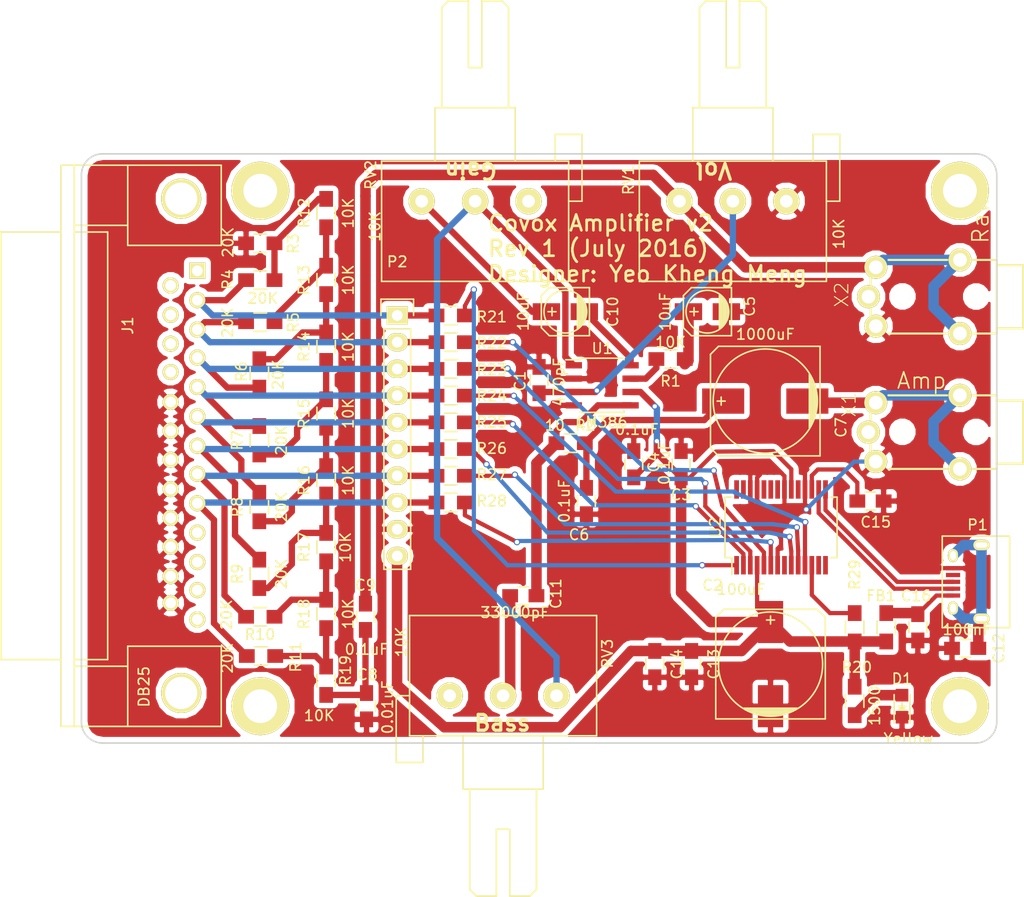
<source format=kicad_pcb>
(kicad_pcb (version 4) (host pcbnew 4.0.2-stable)
  (title_block (title "Covox with Amplifier") (date 2016-07-24) (rev 3) (comment 1 "Designed by Yeo Kheng Meng"))
  (layers (0 F.Cu signal) (31 B.Cu signal) (34 B.Paste user) (35 F.Paste user) (36 B.SilkS user) (37 F.SilkS user) (38 B.Mask user) (39 F.Mask user) (44 Edge.Cuts user))
  (net 0 "")
  (net 1 GND)
  (net 2 Input+)
  (net 3 +5V)
  (net 4 "Net-(C5-Pad1)")
  (net 5 "Net-(C6-Pad1)")
  (net 6 Amp-Audio)
  (net 7 "Net-(C8-Pad1)")
  (net 8 Source-Audio)
  (net 9 "Net-(C10-Pad1)")
  (net 10 Gain8)
  (net 11 Vout)
  (net 12 "Net-(C11-Pad2)")
  (net 13 Data7)
  (net 14 Data6)
  (net 15 Data5)
  (net 16 Data4)
  (net 17 Data3)
  (net 18 Data2)
  (net 19 Data1)
  (net 20 Data0)
  (net 21 "Net-(R1-Pad2)")
  (net 22 "Net-(R12-Pad2)")
  (net 23 "Net-(R12-Pad1)")
  (net 24 "Net-(R13-Pad1)")
  (net 25 "Net-(R14-Pad1)")
  (net 26 "Net-(R15-Pad1)")
  (net 27 "Net-(R16-Pad1)")
  (net 28 "Net-(R10-Pad1)")
  (net 29 "Net-(R11-Pad1)")
  (net 30 Gain1)
  (net 31 "Net-(D1-Pad2)")
  (net 32 "Net-(C12-Pad2)")
  (net 33 "Net-(C15-Pad1)")
  (net 34 "Net-(C16-Pad1)")
  (net 35 USB_D-)
  (net 36 USB_D+)
  (net 37 "Net-(R21-Pad2)")
  (net 38 "Net-(R22-Pad2)")
  (net 39 "Net-(R23-Pad2)")
  (net 40 "Net-(R24-Pad2)")
  (net 41 "Net-(R25-Pad2)")
  (net 42 "Net-(R26-Pad2)")
  (net 43 "Net-(R27-Pad2)")
  (net 44 "Net-(R28-Pad2)")
  (net 45 "Net-(R29-Pad2)")
  (module Housings_SSOP:SSOP-28_5.3x10.2mm_Pitch0.65mm (layer F.Cu) (at 169.5 121.5 90)
    (fp_text reference U2 (at 0 -6.25 90) (layer F.SilkS))
    (fp_text value FT245RL)
    (pad 1 smd rect (at -3.6 -4.225 90) (size 1.75 0.45) (layers F.Cu F.Paste F.Mask) (net 37 "Net-(R21-Pad2)"))
    (pad 2 smd rect (at -3.6 -3.575 90) (size 1.75 0.45) (layers F.Cu F.Paste F.Mask) (net 41 "Net-(R25-Pad2)"))
    (pad 3 smd rect (at -3.6 -2.925 90) (size 1.75 0.45) (layers F.Cu F.Paste F.Mask) (net 39 "Net-(R23-Pad2)"))
    (pad 4 smd rect (at -3.6 -2.275 90) (size 1.75 0.45) (layers F.Cu F.Paste F.Mask) (net 3 +5V))
    (pad 5 smd rect (at -3.6 -1.625 90) (size 1.75 0.45) (layers F.Cu F.Paste F.Mask) (net 38 "Net-(R22-Pad2)"))
    (pad 6 smd rect (at -3.6 -0.975 90) (size 1.75 0.45) (layers F.Cu F.Paste F.Mask) (net 44 "Net-(R28-Pad2)"))
    (pad 7 smd rect (at -3.6 -0.325 90) (size 1.75 0.45) (layers F.Cu F.Paste F.Mask) (net 1 GND))
    (pad 8 smd rect (at -3.6 0.325 90) (size 1.75 0.45) (layers F.Cu F.Paste F.Mask))
    (pad 9 smd rect (at -3.6 0.975 90) (size 1.75 0.45) (layers F.Cu F.Paste F.Mask) (net 42 "Net-(R26-Pad2)"))
    (pad 10 smd rect (at -3.6 1.625 90) (size 1.75 0.45) (layers F.Cu F.Paste F.Mask) (net 43 "Net-(R27-Pad2)"))
    (pad 11 smd rect (at -3.6 2.275 90) (size 1.75 0.45) (layers F.Cu F.Paste F.Mask) (net 40 "Net-(R24-Pad2)"))
    (pad 12 smd rect (at -3.6 2.925 90) (size 1.75 0.45) (layers F.Cu F.Paste F.Mask) (net 45 "Net-(R29-Pad2)"))
    (pad 13 smd rect (at -3.6 3.575 90) (size 1.75 0.45) (layers F.Cu F.Paste F.Mask))
    (pad 14 smd rect (at -3.6 4.225 90) (size 1.75 0.45) (layers F.Cu F.Paste F.Mask))
    (pad 15 smd rect (at 3.6 4.225 90) (size 1.75 0.45) (layers F.Cu F.Paste F.Mask) (net 36 USB_D+))
    (pad 16 smd rect (at 3.6 3.575 90) (size 1.75 0.45) (layers F.Cu F.Paste F.Mask) (net 35 USB_D-))
    (pad 17 smd rect (at 3.6 2.925 90) (size 1.75 0.45) (layers F.Cu F.Paste F.Mask) (net 33 "Net-(C15-Pad1)"))
    (pad 18 smd rect (at 3.6 2.275 90) (size 1.75 0.45) (layers F.Cu F.Paste F.Mask) (net 1 GND))
    (pad 19 smd rect (at 3.6 1.625 90) (size 1.75 0.45) (layers F.Cu F.Paste F.Mask))
    (pad 20 smd rect (at 3.6 0.975 90) (size 1.75 0.45) (layers F.Cu F.Paste F.Mask) (net 3 +5V))
    (pad 21 smd rect (at 3.6 0.325 90) (size 1.75 0.45) (layers F.Cu F.Paste F.Mask) (net 1 GND))
    (pad 22 smd rect (at 3.6 -0.325 90) (size 1.75 0.45) (layers F.Cu F.Paste F.Mask))
    (pad 23 smd rect (at 3.6 -0.975 90) (size 1.75 0.45) (layers F.Cu F.Paste F.Mask))
    (pad 24 smd rect (at 3.6 -1.625 90) (size 1.75 0.45) (layers F.Cu F.Paste F.Mask))
    (pad 25 smd rect (at 3.6 -2.275 90) (size 1.75 0.45) (layers F.Cu F.Paste F.Mask) (net 1 GND))
    (pad 26 smd rect (at 3.6 -2.925 90) (size 1.75 0.45) (layers F.Cu F.Paste F.Mask) (net 1 GND))
    (pad 27 smd rect (at 3.6 -3.575 90) (size 1.75 0.45) (layers F.Cu F.Paste F.Mask))
    (pad 28 smd rect (at 3.6 -4.225 90) (size 1.75 0.45) (layers F.Cu F.Paste F.Mask))
  )
  (module db25:DB25MC (layer F.Cu) (at 113.75 113.75 90)
    (fp_text reference J1 (at 11.43 -6.35 90) (layer F.SilkS))
    (fp_text value DB25 (at -22.9 -4.8 90) (layer F.SilkS))
    (pad "" thru_hole circle (at 23.495 -1.27 90) (size 3.81 3.81) (drill 3.048) (layers *.Cu *.Mask F.SilkS))
    (pad "" thru_hole circle (at -23.495 -1.27 90) (size 3.81 3.81) (drill 3.048) (layers *.Cu *.Mask F.SilkS))
    (pad 13 thru_hole circle (at -16.51 0.27 90) (size 1.524 1.524) (drill 1.016) (layers *.Cu *.Mask F.SilkS))
    (pad 12 thru_hole circle (at -13.716 0.27 90) (size 1.524 1.524) (drill 1.016) (layers *.Cu *.Mask F.SilkS))
    (pad 11 thru_hole circle (at -11.049 0.27 90) (size 1.524 1.524) (drill 1.016) (layers *.Cu *.Mask F.SilkS))
    (pad 10 thru_hole circle (at -8.255 0.27 90) (size 1.524 1.524) (drill 1.016) (layers *.Cu *.Mask F.SilkS))
    (pad 9 thru_hole circle (at -5.461 0.27 90) (size 1.524 1.524) (drill 1.016) (layers *.Cu *.Mask F.SilkS) (net 13 Data7))
    (pad 8 thru_hole circle (at -2.667 0.27 90) (size 1.524 1.524) (drill 1.016) (layers *.Cu *.Mask F.SilkS) (net 14 Data6))
    (pad 7 thru_hole circle (at 0 0.27 90) (size 1.524 1.524) (drill 1.016) (layers *.Cu *.Mask F.SilkS) (net 15 Data5))
    (pad 6 thru_hole circle (at 2.794 0.27 90) (size 1.524 1.524) (drill 1.016) (layers *.Cu *.Mask F.SilkS) (net 16 Data4))
    (pad 5 thru_hole circle (at 5.588 0.27 90) (size 1.524 1.524) (drill 1.016) (layers *.Cu *.Mask F.SilkS) (net 17 Data3))
    (pad 4 thru_hole circle (at 8.382 0.27 90) (size 1.524 1.524) (drill 1.016) (layers *.Cu *.Mask F.SilkS) (net 18 Data2))
    (pad 3 thru_hole circle (at 11.049 0.27 90) (size 1.524 1.524) (drill 1.016) (layers *.Cu *.Mask F.SilkS) (net 19 Data1))
    (pad 2 thru_hole circle (at 13.843 0.27 90) (size 1.524 1.524) (drill 1.016) (layers *.Cu *.Mask F.SilkS) (net 20 Data0))
    (pad 1 thru_hole rect (at 16.637 0.27 90) (size 1.524 1.524) (drill 1.016) (layers *.Cu *.Mask F.SilkS))
    (pad 25 thru_hole circle (at -14.9352 -2.27 90) (size 1.524 1.524) (drill 1.016) (layers *.Cu *.Mask F.SilkS) (net 1 GND))
    (pad 24 thru_hole circle (at -12.3952 -2.27 90) (size 1.524 1.524) (drill 1.016) (layers *.Cu *.Mask F.SilkS) (net 1 GND))
    (pad 23 thru_hole circle (at -9.6012 -2.27 90) (size 1.524 1.524) (drill 1.016) (layers *.Cu *.Mask F.SilkS) (net 1 GND))
    (pad 22 thru_hole circle (at -6.858 -2.27 90) (size 1.524 1.524) (drill 1.016) (layers *.Cu *.Mask F.SilkS) (net 1 GND))
    (pad 21 thru_hole circle (at -4.1148 -2.27 90) (size 1.524 1.524) (drill 1.016) (layers *.Cu *.Mask F.SilkS) (net 1 GND))
    (pad 20 thru_hole circle (at -1.3208 -2.27 90) (size 1.524 1.524) (drill 1.016) (layers *.Cu *.Mask F.SilkS) (net 1 GND))
    (pad 19 thru_hole circle (at 1.4224 -2.27 90) (size 1.524 1.524) (drill 1.016) (layers *.Cu *.Mask F.SilkS) (net 1 GND))
    (pad 18 thru_hole circle (at 4.1656 -2.27 90) (size 1.524 1.524) (drill 1.016) (layers *.Cu *.Mask F.SilkS) (net 1 GND))
    (pad 17 thru_hole circle (at 7.0104 -2.27 90) (size 1.524 1.524) (drill 1.016) (layers *.Cu *.Mask F.SilkS))
    (pad 16 thru_hole circle (at 9.7028 -2.27 90) (size 1.524 1.524) (drill 1.016) (layers *.Cu *.Mask F.SilkS))
    (pad 15 thru_hole circle (at 12.446 -2.27 90) (size 1.524 1.524) (drill 1.016) (layers *.Cu *.Mask F.SilkS))
    (pad 14 thru_hole circle (at 15.24 -2.27 90) (size 1.524 1.524) (drill 1.016) (layers *.Cu *.Mask F.SilkS))
  )
  (module Capacitors_SMD:C_0805_HandSoldering (layer F.Cu) (at 146.5 107.5 270)
    (fp_text reference C1 (at 0.1 1.8 270) (layer F.SilkS))
    (fp_text value 470pF (at 0.2 -1.9 270) (layer F.SilkS))
    (pad 1 smd rect (at -1.25 0 270) (size 1.5 1.25) (layers F.Cu F.Paste F.Mask) (net 1 GND))
    (pad 2 smd rect (at 1.25 0 270) (size 1.5 1.25) (layers F.Cu F.Paste F.Mask) (net 2 Input+))
  )
  (module Capacitors_SMD:c_elec_10x10.5 (layer F.Cu) (at 168.5 134.5 90)
    (fp_text reference C2 (at 7.5 -5.5 180) (layer F.SilkS))
    (fp_text value 100uF (at 7.1 -2.8 180) (layer F.SilkS))
    (pad 1 smd rect (at 4.0005 0 90) (size 4.0005 2.4003) (layers F.Cu F.Paste F.Mask) (net 3 +5V))
    (pad 2 smd rect (at -4.0005 0 90) (size 4.0005 2.4003) (layers F.Cu F.Paste F.Mask) (net 1 GND))
  )
  (module Capacitors_SMD:C_0805_HandSoldering (layer F.Cu) (at 160 115.5 90)
    (fp_text reference C3 (at -2.9 0 180) (layer F.SilkS))
    (fp_text value 0.1uF (at 0.1 -1.6 270) (layer F.SilkS))
    (pad 1 smd rect (at -1.25 0 90) (size 1.5 1.25) (layers F.Cu F.Paste F.Mask) (net 3 +5V))
    (pad 2 smd rect (at 1.25 0 90) (size 1.5 1.25) (layers F.Cu F.Paste F.Mask) (net 1 GND))
  )
  (module Capacitors_SMD:C_0805_HandSoldering (layer F.Cu) (at 155.5 115.5 90)
    (fp_text reference C4 (at 0.2 1.9 90) (layer F.SilkS))
    (fp_text value 0.1uF (at 3.3 0.3 180) (layer F.SilkS))
    (pad 1 smd rect (at -1.25 0 90) (size 1.5 1.25) (layers F.Cu F.Paste F.Mask) (net 3 +5V))
    (pad 2 smd rect (at 1.25 0 90) (size 1.5 1.25) (layers F.Cu F.Paste F.Mask) (net 1 GND))
  )
  (module Capacitors_SMD:C_0805_HandSoldering (layer F.Cu) (at 151 119 270)
    (fp_text reference C6 (at 3.2 0.7 360) (layer F.SilkS))
    (fp_text value 0.1uF (at 0 2.1 270) (layer F.SilkS))
    (pad 1 smd rect (at -1.25 0 270) (size 1.5 1.25) (layers F.Cu F.Paste F.Mask) (net 5 "Net-(C6-Pad1)"))
    (pad 2 smd rect (at 1.25 0 270) (size 1.5 1.25) (layers F.Cu F.Paste F.Mask) (net 1 GND))
  )
  (module Capacitors_SMD:c_elec_10x10.5 (layer F.Cu) (at 168 109.5 180)
    (fp_text reference C7 (at -7.2 -2.5 270) (layer F.SilkS))
    (fp_text value 1000uF (at 0 6.35 180) (layer F.SilkS))
    (pad 1 smd rect (at 4.0005 0 180) (size 4.0005 2.4003) (layers F.Cu F.Paste F.Mask) (net 5 "Net-(C6-Pad1)"))
    (pad 2 smd rect (at -4.0005 0 180) (size 4.0005 2.4003) (layers F.Cu F.Paste F.Mask) (net 6 Amp-Audio))
  )
  (module Capacitors_SMD:C_0805_HandSoldering (layer F.Cu) (at 130.1 138.5 270)
    (fp_text reference C8 (at -3 -0.1 360) (layer F.SilkS))
    (fp_text value 0.01uF (at 0.1 -2 270) (layer F.SilkS))
    (pad 1 smd rect (at -1.25 0 270) (size 1.5 1.25) (layers F.Cu F.Paste F.Mask) (net 7 "Net-(C8-Pad1)"))
    (pad 2 smd rect (at 1.25 0 270) (size 1.5 1.25) (layers F.Cu F.Paste F.Mask) (net 1 GND))
  )
  (module Capacitors_SMD:C_0805_HandSoldering (layer F.Cu) (at 130 130 90)
    (fp_text reference C9 (at 3 0 180) (layer F.SilkS))
    (fp_text value 0.1uF (at -3.1 0.1 180) (layer F.SilkS))
    (pad 1 smd rect (at -1.25 0 90) (size 1.5 1.25) (layers F.Cu F.Paste F.Mask) (net 7 "Net-(C8-Pad1)"))
    (pad 2 smd rect (at 1.25 0 90) (size 1.5 1.25) (layers F.Cu F.Paste F.Mask) (net 8 Source-Audio))
  )
  (module Capacitors_SMD:C_0805_HandSoldering (layer F.Cu) (at 145 128 180)
    (fp_text reference C11 (at -3.1 0.2 270) (layer F.SilkS))
    (fp_text value 33000pF (at 0.8 -1.6 180) (layer F.SilkS))
    (pad 1 smd rect (at -1.25 0 180) (size 1.5 1.25) (layers F.Cu F.Paste F.Mask) (net 11 Vout))
    (pad 2 smd rect (at 1.25 0 180) (size 1.5 1.25) (layers F.Cu F.Paste F.Mask) (net 12 "Net-(C11-Pad2)"))
  )
  (module Connect:USB_Micro-B (layer F.Cu) (at 187.41 126.68 90)
    (fp_text reference P1 (at 5.41 0.77 360) (layer F.SilkS))
    (fp_text value USB hide)
    (pad 1 smd rect (at -1.3009 -1.56254 180) (size 1.35 0.4) (layers F.Cu F.Paste F.Mask) (net 34 "Net-(C16-Pad1)"))
    (pad 2 smd rect (at -0.6509 -1.56254 180) (size 1.35 0.4) (layers F.Cu F.Paste F.Mask) (net 35 USB_D-))
    (pad 3 smd rect (at -0.0009 -1.56254 180) (size 1.35 0.4) (layers F.Cu F.Paste F.Mask) (net 36 USB_D+))
    (pad 4 smd rect (at 0.6491 -1.56254 180) (size 1.35 0.4) (layers F.Cu F.Paste F.Mask))
    (pad 5 smd rect (at 1.2991 -1.56254 180) (size 1.35 0.4) (layers F.Cu F.Paste F.Mask) (net 1 GND))
    (pad 6 thru_hole oval (at -2.5009 -1.56254 180) (size 0.95 1.25) (drill oval 0.55 0.85) (layers *.Cu *.Mask F.SilkS) (net 32 "Net-(C12-Pad2)"))
    (pad 6 thru_hole oval (at 2.4991 -1.56254 180) (size 0.95 1.25) (drill oval 0.55 0.85) (layers *.Cu *.Mask F.SilkS) (net 32 "Net-(C12-Pad2)"))
    (pad 6 thru_hole oval (at -3.5009 1.13746 180) (size 1.55 1) (drill oval 1.15 0.5) (layers *.Cu *.Mask F.SilkS) (net 32 "Net-(C12-Pad2)"))
    (pad 6 thru_hole oval (at 3.4991 1.13746 180) (size 1.55 1) (drill oval 1.15 0.5) (layers *.Cu *.Mask F.SilkS) (net 32 "Net-(C12-Pad2)"))
  )
  (module Resistors_SMD:R_0805_HandSoldering (layer F.Cu) (at 159 105.5 180)
    (fp_text reference R1 (at 0 -2.1 180) (layer F.SilkS))
    (fp_text value 10K (at 0 1.6 180) (layer F.SilkS))
    (pad 1 smd rect (at -1.35 0 180) (size 1.5 1.3) (layers F.Cu F.Paste F.Mask) (net 4 "Net-(C5-Pad1)"))
    (pad 2 smd rect (at 1.35 0 180) (size 1.5 1.3) (layers F.Cu F.Paste F.Mask) (net 21 "Net-(R1-Pad2)"))
  )
  (module Resistors_SMD:R_0805_HandSoldering (layer F.Cu) (at 149.5 113.5 180)
    (fp_text reference R2 (at -1.4 1.7 180) (layer F.SilkS))
    (fp_text value 10 (at 1.5 1.7 180) (layer F.SilkS))
    (pad 1 smd rect (at -1.35 0 180) (size 1.5 1.3) (layers F.Cu F.Paste F.Mask) (net 5 "Net-(C6-Pad1)"))
    (pad 2 smd rect (at 1.35 0 180) (size 1.5 1.3) (layers F.Cu F.Paste F.Mask) (net 11 Vout))
  )
  (module Resistors_SMD:R_0805_HandSoldering (layer F.Cu) (at 120 94.5 180)
    (fp_text reference R3 (at -3.14 -0.03 270) (layer F.SilkS))
    (fp_text value 20K (at 3.06 0.09 270) (layer F.SilkS))
    (pad 1 smd rect (at -1.35 0 180) (size 1.5 1.3) (layers F.Cu F.Paste F.Mask) (net 22 "Net-(R12-Pad2)"))
    (pad 2 smd rect (at 1.35 0 180) (size 1.5 1.3) (layers F.Cu F.Paste F.Mask) (net 1 GND))
  )
  (module Resistors_SMD:R_0805_HandSoldering (layer F.Cu) (at 120 98 180)
    (fp_text reference R4 (at 3.08 0.06 450) (layer F.SilkS))
    (fp_text value 20K (at -0.23 -1.73 360) (layer F.SilkS))
    (pad 1 smd rect (at -1.35 0 180) (size 1.5 1.3) (layers F.Cu F.Paste F.Mask) (net 22 "Net-(R12-Pad2)"))
    (pad 2 smd rect (at 1.35 0 180) (size 1.5 1.3) (layers F.Cu F.Paste F.Mask) (net 20 Data0))
  )
  (module Resistors_SMD:R_0805_HandSoldering (layer F.Cu) (at 120 102 180)
    (fp_text reference R5 (at -3.14 -0.03 270) (layer F.SilkS))
    (fp_text value 20K (at 3.1 -0.05 270) (layer F.SilkS))
    (pad 1 smd rect (at -1.35 0 180) (size 1.5 1.3) (layers F.Cu F.Paste F.Mask) (net 23 "Net-(R12-Pad1)"))
    (pad 2 smd rect (at 1.35 0 180) (size 1.5 1.3) (layers F.Cu F.Paste F.Mask) (net 19 Data1))
  )
  (module Resistors_SMD:R_0805_HandSoldering (layer F.Cu) (at 119.91 106.87 270)
    (fp_text reference R6 (at -0.17 1.71 270) (layer F.SilkS))
    (fp_text value 20K (at 0.13 -1.79 270) (layer F.SilkS))
    (pad 1 smd rect (at -1.35 0 270) (size 1.5 1.3) (layers F.Cu F.Paste F.Mask) (net 24 "Net-(R13-Pad1)"))
    (pad 2 smd rect (at 1.35 0 270) (size 1.5 1.3) (layers F.Cu F.Paste F.Mask) (net 18 Data2))
  )
  (module Resistors_SMD:R_0805_HandSoldering (layer F.Cu) (at 119.91 113.22 90)
    (fp_text reference R7 (at 0 -2.1 90) (layer F.SilkS))
    (fp_text value 20K (at 0 2.1 90) (layer F.SilkS))
    (pad 1 smd rect (at -1.35 0 90) (size 1.5 1.3) (layers F.Cu F.Paste F.Mask) (net 25 "Net-(R14-Pad1)"))
    (pad 2 smd rect (at 1.35 0 90) (size 1.5 1.3) (layers F.Cu F.Paste F.Mask) (net 17 Data3))
  )
  (module Resistors_SMD:R_0805_HandSoldering (layer F.Cu) (at 119.91 119.57 90)
    (fp_text reference R8 (at 0 -2.1 90) (layer F.SilkS))
    (fp_text value 20K (at 0 2.1 90) (layer F.SilkS))
    (pad 1 smd rect (at -1.35 0 90) (size 1.5 1.3) (layers F.Cu F.Paste F.Mask) (net 26 "Net-(R15-Pad1)"))
    (pad 2 smd rect (at 1.35 0 90) (size 1.5 1.3) (layers F.Cu F.Paste F.Mask) (net 16 Data4))
  )
  (module Resistors_SMD:R_0805_HandSoldering (layer F.Cu) (at 119.91 125.92 90)
    (fp_text reference R9 (at 0 -2.1 90) (layer F.SilkS))
    (fp_text value 20K (at 0 2.1 90) (layer F.SilkS))
    (pad 1 smd rect (at -1.35 0 90) (size 1.5 1.3) (layers F.Cu F.Paste F.Mask) (net 27 "Net-(R16-Pad1)"))
    (pad 2 smd rect (at 1.35 0 90) (size 1.5 1.3) (layers F.Cu F.Paste F.Mask) (net 15 Data5))
  )
  (module Resistors_SMD:R_0805_HandSoldering (layer F.Cu) (at 120 130 180)
    (fp_text reference R10 (at 0.03 -1.69 180) (layer F.SilkS))
    (fp_text value 20K (at 3.2 0.2 270) (layer F.SilkS))
    (pad 1 smd rect (at -1.35 0 180) (size 1.5 1.3) (layers F.Cu F.Paste F.Mask) (net 28 "Net-(R10-Pad1)"))
    (pad 2 smd rect (at 1.35 0 180) (size 1.5 1.3) (layers F.Cu F.Paste F.Mask) (net 14 Data6))
  )
  (module Resistors_SMD:R_0805_HandSoldering (layer F.Cu) (at 120.07 133.73 180)
    (fp_text reference R11 (at -3.3 -0.1 270) (layer F.SilkS))
    (fp_text value 20K (at 3.2 -0.2 270) (layer F.SilkS))
    (pad 1 smd rect (at -1.35 0 180) (size 1.5 1.3) (layers F.Cu F.Paste F.Mask) (net 29 "Net-(R11-Pad1)"))
    (pad 2 smd rect (at 1.35 0 180) (size 1.5 1.3) (layers F.Cu F.Paste F.Mask) (net 13 Data7))
  )
  (module Resistors_SMD:R_0805_HandSoldering (layer F.Cu) (at 126.26 91.63 90)
    (fp_text reference R12 (at 0 -2.1 90) (layer F.SilkS))
    (fp_text value 10K (at 0 2.1 90) (layer F.SilkS))
    (pad 1 smd rect (at -1.35 0 90) (size 1.5 1.3) (layers F.Cu F.Paste F.Mask) (net 23 "Net-(R12-Pad1)"))
    (pad 2 smd rect (at 1.35 0 90) (size 1.5 1.3) (layers F.Cu F.Paste F.Mask) (net 22 "Net-(R12-Pad2)"))
  )
  (module Resistors_SMD:R_0805_HandSoldering (layer F.Cu) (at 126.26 97.98 90)
    (fp_text reference R13 (at 0 -2.1 90) (layer F.SilkS))
    (fp_text value 10K (at 0 2.1 90) (layer F.SilkS))
    (pad 1 smd rect (at -1.35 0 90) (size 1.5 1.3) (layers F.Cu F.Paste F.Mask) (net 24 "Net-(R13-Pad1)"))
    (pad 2 smd rect (at 1.35 0 90) (size 1.5 1.3) (layers F.Cu F.Paste F.Mask) (net 23 "Net-(R12-Pad1)"))
  )
  (module Resistors_SMD:R_0805_HandSoldering (layer F.Cu) (at 126.26 104.33 90)
    (fp_text reference R14 (at 0 -2.1 90) (layer F.SilkS))
    (fp_text value 10K (at 0 2.1 90) (layer F.SilkS))
    (pad 1 smd rect (at -1.35 0 90) (size 1.5 1.3) (layers F.Cu F.Paste F.Mask) (net 25 "Net-(R14-Pad1)"))
    (pad 2 smd rect (at 1.35 0 90) (size 1.5 1.3) (layers F.Cu F.Paste F.Mask) (net 24 "Net-(R13-Pad1)"))
  )
  (module Resistors_SMD:R_0805_HandSoldering (layer F.Cu) (at 126.26 110.68 90)
    (fp_text reference R15 (at 0 -2.1 90) (layer F.SilkS))
    (fp_text value 10K (at 0 2.1 90) (layer F.SilkS))
    (pad 1 smd rect (at -1.35 0 90) (size 1.5 1.3) (layers F.Cu F.Paste F.Mask) (net 26 "Net-(R15-Pad1)"))
    (pad 2 smd rect (at 1.35 0 90) (size 1.5 1.3) (layers F.Cu F.Paste F.Mask) (net 25 "Net-(R14-Pad1)"))
  )
  (module Resistors_SMD:R_0805_HandSoldering (layer F.Cu) (at 126.26 117.03 90)
    (fp_text reference R16 (at 0 -2.1 90) (layer F.SilkS))
    (fp_text value 10K (at 0 2.1 90) (layer F.SilkS))
    (pad 1 smd rect (at -1.35 0 90) (size 1.5 1.3) (layers F.Cu F.Paste F.Mask) (net 27 "Net-(R16-Pad1)"))
    (pad 2 smd rect (at 1.35 0 90) (size 1.5 1.3) (layers F.Cu F.Paste F.Mask) (net 26 "Net-(R15-Pad1)"))
  )
  (module Resistors_SMD:R_0805_HandSoldering (layer F.Cu) (at 126.26 123.38 90)
    (fp_text reference R17 (at 0 -2.1 90) (layer F.SilkS))
    (fp_text value 10K (at -0.02 1.84 90) (layer F.SilkS))
    (pad 1 smd rect (at -1.35 0 90) (size 1.5 1.3) (layers F.Cu F.Paste F.Mask) (net 28 "Net-(R10-Pad1)"))
    (pad 2 smd rect (at 1.35 0 90) (size 1.5 1.3) (layers F.Cu F.Paste F.Mask) (net 27 "Net-(R16-Pad1)"))
  )
  (module Resistors_SMD:R_0805_HandSoldering (layer F.Cu) (at 126.26 129.73 90)
    (fp_text reference R18 (at 0 -2.1 90) (layer F.SilkS))
    (fp_text value 10K (at 0 2.1 90) (layer F.SilkS))
    (pad 1 smd rect (at -1.35 0 90) (size 1.5 1.3) (layers F.Cu F.Paste F.Mask) (net 29 "Net-(R11-Pad1)"))
    (pad 2 smd rect (at 1.35 0 90) (size 1.5 1.3) (layers F.Cu F.Paste F.Mask) (net 28 "Net-(R10-Pad1)"))
  )
  (module Resistors_SMD:R_0805_HandSoldering (layer F.Cu) (at 126.26 136.08 90)
    (fp_text reference R19 (at 0.98 1.84 90) (layer F.SilkS))
    (fp_text value 10K (at -3.32 -0.66 180) (layer F.SilkS))
    (pad 1 smd rect (at -1.35 0 90) (size 1.5 1.3) (layers F.Cu F.Paste F.Mask) (net 7 "Net-(C8-Pad1)"))
    (pad 2 smd rect (at 1.35 0 90) (size 1.5 1.3) (layers F.Cu F.Paste F.Mask) (net 29 "Net-(R11-Pad1)"))
  )
  (module Potentiometers:Potentiometer_Alps-RK163-single_15mm (layer F.Cu) (at 170 90.5 90)
    (fp_text reference RV1 (at 2 -15 270) (layer F.SilkS))
    (fp_text value 10K (at -3.1 5 90) (layer F.SilkS))
    (pad 2 thru_hole circle (at 0 -5.08 90) (size 2.49936 2.49936) (drill 1.19888) (layers *.Cu *.Mask F.SilkS) (net 2 Input+))
    (pad 3 thru_hole circle (at 0 -10.16 90) (size 2.49936 2.49936) (drill 1.19888) (layers *.Cu *.Mask F.SilkS) (net 8 Source-Audio))
    (pad 1 thru_hole circle (at 0 0 90) (size 2.49936 2.49936) (drill 1.19888) (layers *.Cu *.Mask F.SilkS) (net 1 GND))
  )
  (module Potentiometers:Potentiometer_Alps-RK163-single_15mm (layer F.Cu) (at 145.5 90.5 90)
    (fp_text reference RV2 (at 2.5 -15 90) (layer F.SilkS))
    (fp_text value 10K (at -2.4 -14.6 270) (layer F.SilkS))
    (pad 2 thru_hole circle (at 0 -5.08 90) (size 2.49936 2.49936) (drill 1.19888) (layers *.Cu *.Mask F.SilkS) (net 30 Gain1))
    (pad 3 thru_hole circle (at 0 -10.16 90) (size 2.49936 2.49936) (drill 1.19888) (layers *.Cu *.Mask F.SilkS) (net 9 "Net-(C10-Pad1)"))
    (pad 1 thru_hole circle (at 0 0 90) (size 2.49936 2.49936) (drill 1.19888) (layers *.Cu *.Mask F.SilkS))
  )
  (module Potentiometers:Potentiometer_Alps-RK163-single_15mm (layer F.Cu) (at 138 137.5 270)
    (fp_text reference RV3 (at -4 -15 450) (layer F.SilkS))
    (fp_text value 10K (at -5.1 4.6 270) (layer F.SilkS))
    (pad 2 thru_hole circle (at 0 -5.08 270) (size 2.49936 2.49936) (drill 1.19888) (layers *.Cu *.Mask F.SilkS) (net 12 "Net-(C11-Pad2)"))
    (pad 3 thru_hole circle (at 0 -10.16 270) (size 2.49936 2.49936) (drill 1.19888) (layers *.Cu *.Mask F.SilkS) (net 30 Gain1))
    (pad 1 thru_hole circle (at 0 0 270) (size 2.49936 2.49936) (drill 1.19888) (layers *.Cu *.Mask F.SilkS))
  )
  (module Housings_SOIC:SOIC-8_3.9x4.9mm_Pitch1.27mm (layer F.Cu) (at 152.5 108)
    (fp_text reference U1 (at 0 -3.5) (layer F.SilkS))
    (fp_text value LM386 (at 0 3.5) (layer F.SilkS))
    (pad 1 smd rect (at -2.7 -1.905) (size 1.55 0.6) (layers F.Cu F.Paste F.Mask) (net 30 Gain1))
    (pad 2 smd rect (at -2.7 -0.635) (size 1.55 0.6) (layers F.Cu F.Paste F.Mask) (net 1 GND))
    (pad 3 smd rect (at -2.7 0.635) (size 1.55 0.6) (layers F.Cu F.Paste F.Mask) (net 2 Input+))
    (pad 4 smd rect (at -2.7 1.905) (size 1.55 0.6) (layers F.Cu F.Paste F.Mask) (net 1 GND))
    (pad 5 smd rect (at 2.7 1.905) (size 1.55 0.6) (layers F.Cu F.Paste F.Mask) (net 11 Vout))
    (pad 6 smd rect (at 2.7 0.635) (size 1.55 0.6) (layers F.Cu F.Paste F.Mask) (net 3 +5V))
    (pad 7 smd rect (at 2.7 -0.635) (size 1.55 0.6) (layers F.Cu F.Paste F.Mask) (net 21 "Net-(R1-Pad2)"))
    (pad 8 smd rect (at 2.7 -1.905) (size 1.55 0.6) (layers F.Cu F.Paste F.Mask) (net 10 Gain8))
  )
  (module LEDs:LED_0805 (layer F.Cu) (at 181 138.5 90)
    (fp_text reference D1 (at 2.6 0 180) (layer F.SilkS))
    (fp_text value Yellow (at -3.08 0.61 180) (layer F.SilkS))
    (pad 2 smd rect (at 1.04902 0 270) (size 1.19888 1.19888) (layers F.Cu F.Paste F.Mask) (net 31 "Net-(D1-Pad2)"))
    (pad 1 smd rect (at -1.04902 0 270) (size 1.19888 1.19888) (layers F.Cu F.Paste F.Mask) (net 1 GND))
  )
  (module Resistors_SMD:R_0805_HandSoldering (layer F.Cu) (at 176.5 138 270)
    (fp_text reference R20 (at -3.2 -0.2 360) (layer F.SilkS))
    (fp_text value 1500 (at 0.45 -1.9 450) (layer F.SilkS))
    (pad 1 smd rect (at -1.35 0 270) (size 1.5 1.3) (layers F.Cu F.Paste F.Mask) (net 3 +5V))
    (pad 2 smd rect (at 1.35 0 270) (size 1.5 1.3) (layers F.Cu F.Paste F.Mask) (net 31 "Net-(D1-Pad2)"))
  )
  (module Capacitors_SMD:C_0805_HandSoldering (layer F.Cu) (at 187 133)
    (fp_text reference C12 (at 3.2 0 90) (layer F.SilkS))
    (fp_text value 100nF (at 0.17 -1.78) (layer F.SilkS))
    (pad 1 smd rect (at -1.25 0) (size 1.5 1.25) (layers F.Cu F.Paste F.Mask) (net 1 GND))
    (pad 2 smd rect (at 1.25 0) (size 1.5 1.25) (layers F.Cu F.Paste F.Mask) (net 32 "Net-(C12-Pad2)"))
  )
  (module mj2135:mj-2135-MJ-2135 (layer F.Cu) (at 183.95 112.36 270)
    (fp_text reference X1 (at -2.51 7.99 450) (layer F.SilkS) (effects (font (size 1.27 1.27) (thickness 0.1016))))
    (fp_text value Amp (at -4.81 1.09 360) (layer F.SilkS))
    (pad P$1 thru_hole circle (at 0.0889 6.14934 270) (size 2.18186 2.18186) (drill 1.29794) (layers *.Cu F.Paste F.SilkS F.Mask))
    (pad P$2 thru_hole circle (at 2.88798 5.4483 270) (size 2.18186 2.18186) (drill 1.29794) (layers *.Cu F.Paste F.SilkS F.Mask) (net 1 GND))
    (pad P$3 thru_hole circle (at -2.70764 5.4483 270) (size 2.18186 2.18186) (drill 1.29794) (layers *.Cu F.Paste F.SilkS F.Mask) (net 6 Amp-Audio))
    (pad P$4 thru_hole circle (at -3.40868 -2.54762 270) (size 2.18186 2.18186) (drill 1.29794) (layers *.Cu F.Paste F.SilkS F.Mask) (net 6 Amp-Audio))
    (pad P$5 thru_hole circle (at 3.58902 -2.54762 270) (size 2.18186 2.18186) (drill 1.29794) (layers *.Cu F.Paste F.SilkS F.Mask) (net 6 Amp-Audio))
    (pad "" np_thru_hole circle (at 0.07 -4.09 270) (size 1.5 1.5) (drill 1.5) (layers *.Cu *.Mask F.SilkS))
    (pad "" np_thru_hole circle (at 0.06 2.92 270) (size 1.5 1.5) (drill 1.5) (layers *.Cu *.Mask F.SilkS))
  )
  (module mj2135:mj-2135-MJ-2135 (layer F.Cu) (at 183.96 99.49 270)
    (fp_text reference X2 (at -0.1 8.7 450) (layer F.SilkS) (effects (font (size 1.27 1.27) (thickness 0.1016))))
    (fp_text value Raw (at -7.2 -4.5 270) (layer F.SilkS))
    (pad P$1 thru_hole circle (at 0.0889 6.14934 270) (size 2.18186 2.18186) (drill 1.29794) (layers *.Cu F.Paste F.SilkS F.Mask))
    (pad P$2 thru_hole circle (at 2.88798 5.4483 270) (size 2.18186 2.18186) (drill 1.29794) (layers *.Cu F.Paste F.SilkS F.Mask) (net 1 GND))
    (pad P$3 thru_hole circle (at -2.70764 5.4483 270) (size 2.18186 2.18186) (drill 1.29794) (layers *.Cu F.Paste F.SilkS F.Mask) (net 8 Source-Audio))
    (pad P$4 thru_hole circle (at -3.40868 -2.54762 270) (size 2.18186 2.18186) (drill 1.29794) (layers *.Cu F.Paste F.SilkS F.Mask) (net 8 Source-Audio))
    (pad P$5 thru_hole circle (at 3.58902 -2.54762 270) (size 2.18186 2.18186) (drill 1.29794) (layers *.Cu F.Paste F.SilkS F.Mask) (net 8 Source-Audio))
    (pad "" np_thru_hole circle (at 0.07 -4.09 270) (size 1.5 1.5) (drill 1.5) (layers *.Cu *.Mask F.SilkS))
    (pad "" np_thru_hole circle (at 0.06 2.92 270) (size 1.5 1.5) (drill 1.5) (layers *.Cu *.Mask F.SilkS))
  )
  (module Mounting_Holes:MountingHole_3.2mm_M3_ISO14580_Pad (layer F.Cu) (at 186.5 89.5)
    (fp_text reference MH1 hide)
    (fp_text value MOUNTHOLE hide)
    (pad 1 thru_hole circle (at 0 0) (size 5.5 5.5) (drill 3.2) (layers *.Cu *.Mask F.SilkS))
  )
  (module Mounting_Holes:MountingHole_3.2mm_M3_ISO14580_Pad (layer F.Cu) (at 186.5 138.5)
    (fp_text reference MH2 hide)
    (fp_text value MOUNTHOLE hide)
    (pad 1 thru_hole circle (at 0 0) (size 5.5 5.5) (drill 3.2) (layers *.Cu *.Mask F.SilkS))
  )
  (module Mounting_Holes:MountingHole_3.2mm_M3_ISO14580_Pad (layer F.Cu) (at 120 138.5)
    (fp_text reference MH3 hide)
    (fp_text value MOUNTHOLE hide)
    (pad 1 thru_hole circle (at 0 0) (size 5.5 5.5) (drill 3.2) (layers *.Cu *.Mask F.SilkS))
  )
  (module Mounting_Holes:MountingHole_3.2mm_M3_ISO14580_Pad (layer F.Cu) (at 120 89.5)
    (fp_text reference MH4 hide)
    (fp_text value MOUNTHOLE hide)
    (pad 1 thru_hole circle (at 0 0) (size 5.5 5.5) (drill 3.2) (layers *.Cu *.Mask F.SilkS))
  )
  (module Capacitors_SMD:c_elec_4x5.3 (layer F.Cu) (at 162.5 101 180)
    (fp_text reference C5 (at -4 0.5 270) (layer F.SilkS))
    (fp_text value 10uF (at 4 0 270) (layer F.SilkS))
    (pad 1 smd rect (at 1.80086 0 180) (size 2.60096 1.6002) (layers F.Cu F.Paste F.Mask) (net 4 "Net-(C5-Pad1)"))
    (pad 2 smd rect (at -1.80086 0 180) (size 2.60096 1.6002) (layers F.Cu F.Paste F.Mask) (net 1 GND))
  )
  (module Capacitors_SMD:c_elec_4x5.3 (layer F.Cu) (at 149 101 180)
    (fp_text reference C10 (at -4.5 0 270) (layer F.SilkS))
    (fp_text value 10uF (at 4 0 270) (layer F.SilkS))
    (pad 1 smd rect (at 1.80086 0 180) (size 2.60096 1.6002) (layers F.Cu F.Paste F.Mask) (net 9 "Net-(C10-Pad1)"))
    (pad 2 smd rect (at -1.80086 0 180) (size 2.60096 1.6002) (layers F.Cu F.Paste F.Mask) (net 10 Gain8))
  )
  (module Capacitors_SMD:C_0805_HandSoldering (layer F.Cu) (at 161 134.5 270)
    (fp_text reference C13 (at 0 -2.1 270) (layer F.SilkS))
    (fp_text value 4.7uF)
    (pad 1 smd rect (at -1.25 0 270) (size 1.5 1.25) (layers F.Cu F.Paste F.Mask) (net 3 +5V))
    (pad 2 smd rect (at 1.25 0 270) (size 1.5 1.25) (layers F.Cu F.Paste F.Mask) (net 1 GND))
  )
  (module Capacitors_SMD:C_0805_HandSoldering (layer F.Cu) (at 157.5 134.5 270)
    (fp_text reference C14 (at 0 -2.1 270) (layer F.SilkS))
    (fp_text value 100nF)
    (pad 1 smd rect (at -1.25 0 270) (size 1.5 1.25) (layers F.Cu F.Paste F.Mask) (net 3 +5V))
    (pad 2 smd rect (at 1.25 0 270) (size 1.5 1.25) (layers F.Cu F.Paste F.Mask) (net 1 GND))
  )
  (module Capacitors_SMD:C_0805_HandSoldering (layer F.Cu) (at 178 119)
    (fp_text reference C15 (at 0.5 2) (layer F.SilkS))
    (fp_text value 100nF)
    (pad 1 smd rect (at -1.25 0) (size 1.5 1.25) (layers F.Cu F.Paste F.Mask) (net 33 "Net-(C15-Pad1)"))
    (pad 2 smd rect (at 1.25 0) (size 1.5 1.25) (layers F.Cu F.Paste F.Mask) (net 1 GND))
  )
  (module Capacitors_SMD:C_0805_HandSoldering (layer F.Cu) (at 182.5 131 270)
    (fp_text reference C16 (at -2.99 0.16 360) (layer F.SilkS))
    (fp_text value 10nF)
    (pad 1 smd rect (at -1.25 0 270) (size 1.5 1.25) (layers F.Cu F.Paste F.Mask) (net 34 "Net-(C16-Pad1)"))
    (pad 2 smd rect (at 1.25 0 270) (size 1.5 1.25) (layers F.Cu F.Paste F.Mask) (net 1 GND))
  )
  (module Resistors_SMD:R_0805_HandSoldering (layer F.Cu) (at 179.5 131 270)
    (fp_text reference FB1 (at -3 0.5 360) (layer F.SilkS))
    (fp_text value FERRITE)
    (pad 1 smd rect (at -1.35 0 270) (size 1.5 1.3) (layers F.Cu F.Paste F.Mask) (net 34 "Net-(C16-Pad1)"))
    (pad 2 smd rect (at 1.35 0 270) (size 1.5 1.3) (layers F.Cu F.Paste F.Mask) (net 3 +5V))
  )
  (module Resistors_SMD:R_0805_HandSoldering (layer F.Cu) (at 138.1 101.36)
    (fp_text reference R21 (at 3.9 0.14) (layer F.SilkS))
    (fp_text value 100)
    (pad 1 smd rect (at -1.35 0) (size 1.5 1.3) (layers F.Cu F.Paste F.Mask) (net 20 Data0))
    (pad 2 smd rect (at 1.35 0) (size 1.5 1.3) (layers F.Cu F.Paste F.Mask) (net 37 "Net-(R21-Pad2)"))
  )
  (module Resistors_SMD:R_0805_HandSoldering (layer F.Cu) (at 138.1 103.9)
    (fp_text reference R22 (at 3.9 0.1 180) (layer F.SilkS))
    (fp_text value 100)
    (pad 1 smd rect (at -1.35 0) (size 1.5 1.3) (layers F.Cu F.Paste F.Mask) (net 19 Data1))
    (pad 2 smd rect (at 1.35 0) (size 1.5 1.3) (layers F.Cu F.Paste F.Mask) (net 38 "Net-(R22-Pad2)"))
  )
  (module Resistors_SMD:R_0805_HandSoldering (layer F.Cu) (at 138.1 106.44)
    (fp_text reference R23 (at 3.9 0.06) (layer F.SilkS))
    (fp_text value 100)
    (pad 1 smd rect (at -1.35 0) (size 1.5 1.3) (layers F.Cu F.Paste F.Mask) (net 18 Data2))
    (pad 2 smd rect (at 1.35 0) (size 1.5 1.3) (layers F.Cu F.Paste F.Mask) (net 39 "Net-(R23-Pad2)"))
  )
  (module Resistors_SMD:R_0805_HandSoldering (layer F.Cu) (at 138.1 108.98)
    (fp_text reference R24 (at 3.9 0.02) (layer F.SilkS))
    (fp_text value 100)
    (pad 1 smd rect (at -1.35 0) (size 1.5 1.3) (layers F.Cu F.Paste F.Mask) (net 17 Data3))
    (pad 2 smd rect (at 1.35 0) (size 1.5 1.3) (layers F.Cu F.Paste F.Mask) (net 40 "Net-(R24-Pad2)"))
  )
  (module Resistors_SMD:R_0805_HandSoldering (layer F.Cu) (at 138.1 111.52)
    (fp_text reference R25 (at 3.9 -0.02) (layer F.SilkS))
    (fp_text value 100)
    (pad 1 smd rect (at -1.35 0) (size 1.5 1.3) (layers F.Cu F.Paste F.Mask) (net 16 Data4))
    (pad 2 smd rect (at 1.35 0) (size 1.5 1.3) (layers F.Cu F.Paste F.Mask) (net 41 "Net-(R25-Pad2)"))
  )
  (module Resistors_SMD:R_0805_HandSoldering (layer F.Cu) (at 138.1 114.06)
    (fp_text reference R26 (at 3.9 -0.06) (layer F.SilkS))
    (fp_text value 100)
    (pad 1 smd rect (at -1.35 0) (size 1.5 1.3) (layers F.Cu F.Paste F.Mask) (net 15 Data5))
    (pad 2 smd rect (at 1.35 0) (size 1.5 1.3) (layers F.Cu F.Paste F.Mask) (net 42 "Net-(R26-Pad2)"))
  )
  (module Resistors_SMD:R_0805_HandSoldering (layer F.Cu) (at 138.1 116.6)
    (fp_text reference R27 (at 3.9 -0.1) (layer F.SilkS))
    (fp_text value 100)
    (pad 1 smd rect (at -1.35 0) (size 1.5 1.3) (layers F.Cu F.Paste F.Mask) (net 14 Data6))
    (pad 2 smd rect (at 1.35 0) (size 1.5 1.3) (layers F.Cu F.Paste F.Mask) (net 43 "Net-(R27-Pad2)"))
  )
  (module Resistors_SMD:R_0805_HandSoldering (layer F.Cu) (at 138.1 119.14)
    (fp_text reference R28 (at 3.9 -0.14) (layer F.SilkS))
    (fp_text value 100)
    (pad 1 smd rect (at -1.35 0) (size 1.5 1.3) (layers F.Cu F.Paste F.Mask) (net 13 Data7))
    (pad 2 smd rect (at 1.35 0) (size 1.5 1.3) (layers F.Cu F.Paste F.Mask) (net 44 "Net-(R28-Pad2)"))
  )
  (module Resistors_SMD:R_0805_HandSoldering (layer F.Cu) (at 176.5 131 90)
    (fp_text reference R29 (at 5 0 90) (layer F.SilkS))
    (fp_text value 10K)
    (pad 1 smd rect (at -1.35 0 90) (size 1.5 1.3) (layers F.Cu F.Paste F.Mask) (net 3 +5V))
    (pad 2 smd rect (at 1.35 0 90) (size 1.5 1.3) (layers F.Cu F.Paste F.Mask) (net 45 "Net-(R29-Pad2)"))
  )
  (module Pin_Headers:Pin_Header_Straight_1x10 (layer F.Cu) (at 133.02 101.36)
    (fp_text reference P2 (at 0 -5.1) (layer F.SilkS))
    (fp_text value CONN_01X10)
    (pad 1 thru_hole rect (at 0 0) (size 2.032 1.7272) (drill 1.016) (layers *.Cu *.Mask F.SilkS) (net 20 Data0))
    (pad 2 thru_hole oval (at 0 2.54) (size 2.032 1.7272) (drill 1.016) (layers *.Cu *.Mask F.SilkS) (net 19 Data1))
    (pad 3 thru_hole oval (at 0 5.08) (size 2.032 1.7272) (drill 1.016) (layers *.Cu *.Mask F.SilkS) (net 18 Data2))
    (pad 4 thru_hole oval (at 0 7.62) (size 2.032 1.7272) (drill 1.016) (layers *.Cu *.Mask F.SilkS) (net 17 Data3))
    (pad 5 thru_hole oval (at 0 10.16) (size 2.032 1.7272) (drill 1.016) (layers *.Cu *.Mask F.SilkS) (net 16 Data4))
    (pad 6 thru_hole oval (at 0 12.7) (size 2.032 1.7272) (drill 1.016) (layers *.Cu *.Mask F.SilkS) (net 15 Data5))
    (pad 7 thru_hole oval (at 0 15.24) (size 2.032 1.7272) (drill 1.016) (layers *.Cu *.Mask F.SilkS) (net 14 Data6))
    (pad 8 thru_hole oval (at 0 17.78) (size 2.032 1.7272) (drill 1.016) (layers *.Cu *.Mask F.SilkS) (net 13 Data7))
    (pad 9 thru_hole oval (at 0 20.32) (size 2.032 1.7272) (drill 1.016) (layers *.Cu *.Mask F.SilkS) (net 1 GND))
    (pad 10 thru_hole oval (at 0 22.86) (size 2.032 1.7272) (drill 1.016) (layers *.Cu *.Mask F.SilkS) (net 3 +5V))
  )
  (gr_arc (start 105 88) (end 103 88) (angle 90) (layer Edge.Cuts) (width 0.15))
  (gr_arc (start 105 140) (end 105 142) (angle 90) (layer Edge.Cuts) (width 0.15))
  (gr_line (start 103 140) (end 103 88) (angle 90) (layer Edge.Cuts) (width 0.15))
  (gr_text "Covox Amplifier v2\nRev 1 (July 2016)\nDesigner: Yeo Kheng Meng" (at 141.5 95) (layer F.SilkS) (effects (font (size 1.5 1.5) (thickness 0.25)) (justify left)))
  (gr_arc (start 188 140) (end 190 140) (angle 90) (layer Edge.Cuts) (width 0.15))
  (gr_arc (start 188 88) (end 188 86) (angle 90) (layer Edge.Cuts) (width 0.15))
  (gr_text Gain (at 140 87.6 180) (layer F.SilkS) (effects (font (size 1.5 1.5) (thickness 0.3))))
  (gr_text Vol (at 163.1 87.6 180) (layer F.SilkS) (effects (font (size 1.5 1.5) (thickness 0.3))))
  (gr_text Bass (at 143 140.1) (layer F.SilkS) (effects (font (size 1.5 1.5) (thickness 0.3))))
  (gr_line (start 190 88) (end 190 140) (angle 90) (layer Edge.Cuts) (width 0.15))
  (gr_line (start 105 86) (end 188 86) (angle 90) (layer Edge.Cuts) (width 0.15))
  (gr_line (start 105 142) (end 188 142) (angle 90) (layer Edge.Cuts) (width 0.15))
  (segment (start 171.775 117.9) (end 171.775 119.675) (width 0.4) (layer F.Cu) (net 1))
  (segment (start 171.775 119.675) (end 171.9 119.8) (width 0.4) (layer F.Cu) (net 1))
  (segment (start 169.9 119.4) (end 171.5 119.4) (width 0.4) (layer F.Cu) (net 1))
  (segment (start 171.5 119.4) (end 171.9 119.8) (width 0.4) (layer F.Cu) (net 1))
  (segment (start 176.45202 115.24798) (end 178.5017 115.24798) (width 0.4) (layer B.Cu) (net 1))
  (via (at 171.9 119.8) (size 0.6) (drill 0.4) (layers F.Cu B.Cu) (net 1))
  (segment (start 171.9 119.8) (end 176.45202 115.24798) (width 0.4) (layer B.Cu) (net 1))
  (segment (start 166.575 117.9) (end 166.575 119.075) (width 0.4) (layer F.Cu) (net 1))
  (segment (start 167 119.5) (end 168.1 119.5) (width 0.4) (layer F.Cu) (net 1))
  (segment (start 166.575 119.075) (end 167 119.5) (width 0.4) (layer F.Cu) (net 1))
  (segment (start 167.225 117.9) (end 167.225 118.925) (width 0.4) (layer F.Cu) (net 1))
  (segment (start 167.225 118.925) (end 167.8 119.5) (width 0.4) (layer F.Cu) (net 1))
  (segment (start 167.8 119.5) (end 168.1 119.5) (width 0.4) (layer F.Cu) (net 1))
  (segment (start 169.825 119.325) (end 169.9 119.4) (width 0.4) (layer F.Cu) (net 1))
  (segment (start 169.9 119.4) (end 170 119.5) (width 0.4) (layer F.Cu) (net 1))
  (segment (start 168.1 119.5) (end 170 119.5) (width 0.4) (layer F.Cu) (net 1))
  (segment (start 169.825 119.325) (end 169.825 117.9) (width 0.4) (layer F.Cu) (net 1))
  (segment (start 169.175 125.1) (end 169.175 123.525) (width 0.4) (layer F.Cu) (net 1))
  (segment (start 169.5 123.2) (end 169.5 121.7) (width 0.4) (layer F.Cu) (net 1))
  (segment (start 169.175 123.525) (end 169.5 123.2) (width 0.4) (layer F.Cu) (net 1))
  (segment (start 169.825 117.9) (end 169.825 116.625) (width 0.4) (layer F.Cu) (net 1))
  (segment (start 169.825 116.625) (end 169.4 116.2) (width 0.4) (layer F.Cu) (net 1))
  (segment (start 166.575 117.9) (end 166.575 116.425) (width 0.4) (layer F.Cu) (net 1))
  (segment (start 166.575 116.425) (end 167 116) (width 0.4) (layer F.Cu) (net 1))
  (segment (start 167.225 117.9) (end 167.225 116.775) (width 0.4) (layer F.Cu) (net 1))
  (segment (start 167.225 116.775) (end 167.5 116.5) (width 0.4) (layer F.Cu) (net 1))
  (segment (start 171.775 117.9) (end 171.775 116.225) (width 0.4) (layer F.Cu) (net 1))
  (segment (start 171.775 116.225) (end 172 116) (width 0.4) (layer F.Cu) (net 1))
  (segment (start 185.84746 125.3809) (end 184.6191 125.3809) (width 0.4) (layer F.Cu) (net 1))
  (segment (start 184.6191 125.3809) (end 184.5 125.5) (width 0.4) (layer F.Cu) (net 1))
  (segment (start 185.84746 125.3809) (end 186.8809 125.3809) (width 0.4) (layer F.Cu) (net 1))
  (segment (start 186.8809 125.3809) (end 187 125.5) (width 0.4) (layer F.Cu) (net 1))
  (segment (start 149.8 108.635) (end 151.865 108.635) (width 0.6) (layer F.Cu) (net 2))
  (segment (start 164.92 95.58) (end 164.92 90.5) (width 0.6) (layer B.Cu) (net 2))
  (segment (start 152 108.5) (end 164.92 95.58) (width 0.6) (layer B.Cu) (net 2))
  (via (at 152 108.5) (size 0.6) (drill 0.4) (layers F.Cu B.Cu) (net 2))
  (segment (start 151.865 108.635) (end 152 108.5) (width 0.6) (layer F.Cu) (net 2))
  (segment (start 149.8 108.635) (end 146.615 108.635) (width 0.6) (layer F.Cu) (net 2))
  (segment (start 146.615 108.635) (end 146.5 108.75) (width 0.6) (layer F.Cu) (net 2))
  (segment (start 160 116.75) (end 160.8 116.8) (width 0.4) (layer F.Cu) (net 3))
  (segment (start 163.3 114.3) (end 160.8 116.8) (width 0.4) (layer F.Cu) (net 3))
  (segment (start 170.475 115.975) (end 170.475 117.9) (width 0.4) (layer F.Cu) (net 3))
  (segment (start 168.75 114.25) (end 170.475 115.975) (width 0.4) (layer F.Cu) (net 3))
  (segment (start 168.75 114.25) (end 163.3 114.3) (width 0.4) (layer F.Cu) (net 3))
  (segment (start 160 116.75) (end 157.7 114.45) (width 0.6) (layer F.Cu) (net 3))
  (segment (start 157.7 114.45) (end 157.7 113.3) (width 0.6) (layer F.Cu) (net 3))
  (segment (start 155.5 116.75) (end 157.7 114.55) (width 0.6) (layer F.Cu) (net 3))
  (segment (start 157.7 114.55) (end 157.7 113.3) (width 0.6) (layer F.Cu) (net 3))
  (via (at 157.7 113.3) (size 0.6) (drill 0.4) (layers F.Cu B.Cu) (net 3))
  (segment (start 156.135 108.635) (end 155.2 108.635) (width 0.6) (layer F.Cu) (net 3))
  (segment (start 156.135 108.635) (end 157.5 110) (width 0.6) (layer F.Cu) (net 3))
  (via (at 157.5 110) (size 0.6) (drill 0.4) (layers F.Cu B.Cu) (net 3))
  (segment (start 157.5 110) (end 157.7 110.2) (width 0.6) (layer B.Cu) (net 3))
  (segment (start 157.7 110.2) (end 157.7 113.3) (width 0.6) (layer B.Cu) (net 3))
  (segment (start 160 116.75) (end 160 127.7) (width 1) (layer F.Cu) (net 3))
  (segment (start 162.7995 130.4995) (end 168.5 130.4995) (width 1) (layer F.Cu) (net 3))
  (segment (start 160 127.7) (end 162.7995 130.4995) (width 1) (layer F.Cu) (net 3))
  (segment (start 133.02 124.22) (end 133 124.24) (width 1) (layer F.Cu) (net 3))
  (segment (start 133 124.24) (end 133 136.5) (width 1) (layer F.Cu) (net 3))
  (segment (start 133 136.5) (end 137.5 140.5) (width 1) (layer F.Cu) (net 3))
  (segment (start 137.5 140.5) (end 148.5 140.5) (width 1) (layer F.Cu) (net 3))
  (segment (start 148.5 140.5) (end 155.25 133.25) (width 1) (layer F.Cu) (net 3))
  (segment (start 155.25 133.25) (end 157.5 133.25) (width 1) (layer F.Cu) (net 3))
  (segment (start 176.5 132.35) (end 176.5 136.65) (width 1) (layer F.Cu) (net 3))
  (segment (start 167.225 125.1) (end 167.225 129.2245) (width 0.4) (layer F.Cu) (net 3))
  (segment (start 167.225 129.2245) (end 168.5 130.4995) (width 0.4) (layer F.Cu) (net 3))
  (segment (start 161 133.25) (end 157.5 133.25) (width 1) (layer F.Cu) (net 3))
  (segment (start 168.5 130.4995) (end 165.7495 133.25) (width 1) (layer F.Cu) (net 3))
  (segment (start 165.7495 133.25) (end 161 133.25) (width 1) (layer F.Cu) (net 3))
  (segment (start 176.5 132.35) (end 170.3505 132.35) (width 1) (layer F.Cu) (net 3))
  (segment (start 170.3505 132.35) (end 168.5 130.4995) (width 1) (layer F.Cu) (net 3))
  (segment (start 179.5 132.35) (end 176.5 132.35) (width 1) (layer F.Cu) (net 3))
  (segment (start 160.35 106) (end 160.69914 105.65086) (width 1) (layer F.Cu) (net 4))
  (segment (start 160.69914 105.65086) (end 160.69914 101) (width 1) (layer F.Cu) (net 4))
  (segment (start 150.85 113.5) (end 153.05 111.3) (width 0.6) (layer F.Cu) (net 5))
  (segment (start 162.1995 111.3) (end 163.9995 109.5) (width 0.6) (layer F.Cu) (net 5))
  (segment (start 153.05 111.3) (end 162.1995 111.3) (width 0.6) (layer F.Cu) (net 5))
  (segment (start 151 117.75) (end 151 113.65) (width 0.6) (layer F.Cu) (net 5))
  (segment (start 151 113.65) (end 150.85 113.5) (width 0.6) (layer F.Cu) (net 5))
  (segment (start 172.0005 109.5) (end 172.15286 109.65236) (width 1) (layer F.Cu) (net 6))
  (segment (start 172.15286 109.65236) (end 178.5017 109.65236) (width 1) (layer F.Cu) (net 6))
  (segment (start 186.49762 108.95132) (end 184 111.44894) (width 1) (layer B.Cu) (net 6))
  (segment (start 184 113.4514) (end 186.49762 115.94902) (width 1) (layer B.Cu) (net 6))
  (segment (start 184 111.44894) (end 184 113.4514) (width 1) (layer B.Cu) (net 6))
  (segment (start 178.5017 109.65236) (end 179.20274 108.95132) (width 1) (layer B.Cu) (net 6))
  (segment (start 179.20274 108.95132) (end 186.49762 108.95132) (width 1) (layer B.Cu) (net 6))
  (segment (start 130 131.25) (end 130 137.15) (width 0.6) (layer F.Cu) (net 7))
  (segment (start 130 137.15) (end 130.1 137.25) (width 0.6) (layer F.Cu) (net 7))
  (segment (start 126.26 137.43) (end 129.92 137.43) (width 0.6) (layer F.Cu) (net 7))
  (segment (start 129.92 137.43) (end 130.1 137.25) (width 0.6) (layer F.Cu) (net 7))
  (segment (start 159.84 90.5) (end 166.12236 96.78236) (width 1) (layer F.Cu) (net 8))
  (segment (start 166.12236 96.78236) (end 178.5117 96.78236) (width 1) (layer F.Cu) (net 8))
  (segment (start 186.50762 96.08132) (end 184 98.58894) (width 1) (layer B.Cu) (net 8))
  (segment (start 184 100.5714) (end 186.50762 103.07902) (width 1) (layer B.Cu) (net 8))
  (segment (start 184 98.58894) (end 184 100.5714) (width 1) (layer B.Cu) (net 8))
  (segment (start 178.5117 96.78236) (end 179.21274 96.08132) (width 1) (layer B.Cu) (net 8))
  (segment (start 179.21274 96.08132) (end 186.50762 96.08132) (width 1) (layer B.Cu) (net 8))
  (segment (start 130 128.75) (end 130 90) (width 1) (layer F.Cu) (net 8))
  (segment (start 157.34 88) (end 159.84 90.5) (width 1) (layer F.Cu) (net 8))
  (segment (start 131 88) (end 157.34 88) (width 1) (layer F.Cu) (net 8))
  (segment (start 130 89) (end 131 88) (width 1) (layer F.Cu) (net 8))
  (segment (start 130 90) (end 130 89) (width 1) (layer F.Cu) (net 8))
  (segment (start 147.19914 101) (end 145.84 101) (width 0.6) (layer F.Cu) (net 9))
  (segment (start 145.84 101) (end 135.34 90.5) (width 0.6) (layer F.Cu) (net 9))
  (segment (start 155.2 106.095) (end 155.2 105.39914) (width 0.6) (layer F.Cu) (net 10))
  (segment (start 155.2 105.39914) (end 150.80086 101) (width 0.6) (layer F.Cu) (net 10))
  (segment (start 155.2 109.905) (end 152.095 109.905) (width 0.6) (layer F.Cu) (net 11))
  (segment (start 148.15 112.35) (end 148.15 113.5) (width 0.6) (layer F.Cu) (net 11))
  (segment (start 149 111.5) (end 148.15 112.35) (width 0.6) (layer F.Cu) (net 11))
  (segment (start 150.5 111.5) (end 149 111.5) (width 0.6) (layer F.Cu) (net 11))
  (segment (start 152.095 109.905) (end 150.5 111.5) (width 0.6) (layer F.Cu) (net 11))
  (segment (start 148.15 113.5) (end 146.25 115.4) (width 1) (layer F.Cu) (net 11))
  (segment (start 146.25 115.4) (end 146.25 128) (width 1) (layer F.Cu) (net 11))
  (segment (start 143.75 128) (end 143.75 136.83) (width 1) (layer F.Cu) (net 12))
  (segment (start 143.75 136.83) (end 143.08 137.5) (width 1) (layer F.Cu) (net 12))
  (segment (start 136.75 119.14) (end 133.02 119.14) (width 0.6) (layer F.Cu) (net 13))
  (segment (start 133.02 119.14) (end 114.091 119.14) (width 0.6) (layer B.Cu) (net 13))
  (segment (start 114.091 119.14) (end 114.02 119.211) (width 0.6) (layer B.Cu) (net 13))
  (segment (start 114.02 119.211) (end 115.6 120.791) (width 0.6) (layer F.Cu) (net 13))
  (segment (start 115.6 130.61) (end 118.72 133.73) (width 0.6) (layer F.Cu) (net 13))
  (segment (start 115.6 120.791) (end 115.6 130.61) (width 0.6) (layer F.Cu) (net 13))
  (segment (start 136.75 116.6) (end 133.02 116.6) (width 0.6) (layer F.Cu) (net 14))
  (segment (start 133.02 116.6) (end 114.203 116.6) (width 0.6) (layer B.Cu) (net 14))
  (segment (start 114.203 116.6) (end 114.02 116.417) (width 0.6) (layer B.Cu) (net 14))
  (segment (start 114.02 116.417) (end 116.6 118.997) (width 0.6) (layer F.Cu) (net 14))
  (segment (start 116.6 127.95) (end 118.65 130) (width 0.6) (layer F.Cu) (net 14))
  (segment (start 116.6 118.997) (end 116.6 127.95) (width 0.6) (layer F.Cu) (net 14))
  (segment (start 136.75 114.06) (end 133.02 114.06) (width 0.6) (layer F.Cu) (net 15))
  (segment (start 133.02 114.06) (end 114.33 114.06) (width 0.6) (layer B.Cu) (net 15))
  (segment (start 114.33 114.06) (end 114.02 113.75) (width 0.6) (layer B.Cu) (net 15))
  (segment (start 114.02 113.75) (end 117.6 117.33) (width 0.6) (layer F.Cu) (net 15))
  (segment (start 117.6 122.26) (end 119.91 124.57) (width 0.6) (layer F.Cu) (net 15))
  (segment (start 117.6 117.33) (end 117.6 122.26) (width 0.6) (layer F.Cu) (net 15))
  (segment (start 136.75 111.52) (end 133.02 111.52) (width 0.6) (layer F.Cu) (net 16))
  (segment (start 133.02 111.52) (end 114.584 111.52) (width 0.6) (layer B.Cu) (net 16))
  (segment (start 114.584 111.52) (end 114.02 110.956) (width 0.6) (layer B.Cu) (net 16))
  (segment (start 114.02 110.956) (end 118.2 115.136) (width 0.6) (layer F.Cu) (net 16))
  (segment (start 118.2 116.51) (end 119.91 118.22) (width 0.6) (layer F.Cu) (net 16))
  (segment (start 118.2 115.136) (end 118.2 116.51) (width 0.6) (layer F.Cu) (net 16))
  (segment (start 136.75 108.98) (end 133.02 108.98) (width 0.6) (layer F.Cu) (net 17))
  (segment (start 133.02 108.98) (end 114.838 108.98) (width 0.6) (layer B.Cu) (net 17))
  (segment (start 114.838 108.98) (end 114.02 108.162) (width 0.6) (layer B.Cu) (net 17))
  (segment (start 114.02 108.162) (end 117.728 111.87) (width 0.6) (layer F.Cu) (net 17))
  (segment (start 117.728 111.87) (end 119.91 111.87) (width 0.6) (layer F.Cu) (net 17))
  (segment (start 136.75 106.44) (end 133.02 106.44) (width 0.6) (layer F.Cu) (net 18))
  (segment (start 133.02 106.44) (end 115.092 106.44) (width 0.6) (layer B.Cu) (net 18))
  (segment (start 115.092 106.44) (end 114.02 105.368) (width 0.6) (layer B.Cu) (net 18))
  (segment (start 114.02 105.368) (end 116.872 108.22) (width 0.6) (layer F.Cu) (net 18))
  (segment (start 116.872 108.22) (end 119.91 108.22) (width 0.6) (layer F.Cu) (net 18))
  (segment (start 136.75 103.9) (end 133.02 103.9) (width 0.6) (layer F.Cu) (net 19))
  (segment (start 133.02 103.9) (end 115.219 103.9) (width 0.6) (layer B.Cu) (net 19))
  (segment (start 115.219 103.9) (end 114.02 102.701) (width 0.6) (layer B.Cu) (net 19))
  (segment (start 114.02 102.701) (end 114.721 102) (width 0.6) (layer F.Cu) (net 19))
  (segment (start 114.721 102) (end 118.65 102) (width 0.6) (layer F.Cu) (net 19))
  (segment (start 136.75 101.36) (end 133.02 101.36) (width 0.6) (layer F.Cu) (net 20))
  (segment (start 133.02 101.36) (end 115.473 101.36) (width 0.6) (layer B.Cu) (net 20))
  (segment (start 115.473 101.36) (end 114.02 99.907) (width 0.6) (layer B.Cu) (net 20))
  (segment (start 114.02 99.907) (end 116.743 99.907) (width 0.6) (layer F.Cu) (net 20))
  (segment (start 116.743 99.907) (end 118.65 98) (width 0.6) (layer F.Cu) (net 20))
  (segment (start 155.2 107.365) (end 156.635 107.365) (width 0.6) (layer F.Cu) (net 21))
  (segment (start 157.65 106.35) (end 157.65 105.5) (width 0.6) (layer F.Cu) (net 21))
  (segment (start 156.635 107.365) (end 157.65 106.35) (width 0.6) (layer F.Cu) (net 21))
  (segment (start 121.35 94.5) (end 125.57 90.28) (width 0.6) (layer F.Cu) (net 22))
  (segment (start 125.57 90.28) (end 126.26 90.28) (width 0.6) (layer F.Cu) (net 22))
  (segment (start 121.35 98) (end 121.35 94.5) (width 0.6) (layer F.Cu) (net 22))
  (segment (start 126.26 96.63) (end 126.26 92.98) (width 0.6) (layer F.Cu) (net 23))
  (segment (start 121.35 102) (end 121.35 101.54) (width 0.6) (layer F.Cu) (net 23))
  (segment (start 121.35 101.54) (end 126.26 96.63) (width 0.6) (layer F.Cu) (net 23))
  (segment (start 126.26 99.33) (end 126.26 102.98) (width 0.6) (layer F.Cu) (net 24))
  (segment (start 119.91 105.52) (end 121.48 105.52) (width 0.6) (layer F.Cu) (net 24))
  (segment (start 124.02 102.98) (end 126.26 102.98) (width 0.6) (layer F.Cu) (net 24))
  (segment (start 121.48 105.52) (end 124.02 102.98) (width 0.6) (layer F.Cu) (net 24))
  (segment (start 119.91 114.57) (end 121.93 114.57) (width 0.6) (layer F.Cu) (net 25))
  (segment (start 123.5 112.09) (end 126.26 109.33) (width 0.6) (layer F.Cu) (net 25))
  (segment (start 123.5 113) (end 123.5 112.09) (width 0.6) (layer F.Cu) (net 25))
  (segment (start 121.93 114.57) (end 123.5 113) (width 0.6) (layer F.Cu) (net 25))
  (segment (start 126.26 105.68) (end 126.26 109.33) (width 0.6) (layer F.Cu) (net 25))
  (segment (start 119.91 120.92) (end 122.08 120.92) (width 0.6) (layer F.Cu) (net 26))
  (segment (start 123 118.94) (end 126.26 115.68) (width 0.6) (layer F.Cu) (net 26))
  (segment (start 123 120) (end 123 118.94) (width 0.6) (layer F.Cu) (net 26))
  (segment (start 122.08 120.92) (end 123 120) (width 0.6) (layer F.Cu) (net 26))
  (segment (start 126.26 112.03) (end 126.26 115.68) (width 0.6) (layer F.Cu) (net 26))
  (segment (start 119.91 127.27) (end 120.73 127.27) (width 0.6) (layer F.Cu) (net 27))
  (segment (start 123.97 122.03) (end 126.26 122.03) (width 0.6) (layer F.Cu) (net 27))
  (segment (start 123 123) (end 123.97 122.03) (width 0.6) (layer F.Cu) (net 27))
  (segment (start 123 125) (end 123 123) (width 0.6) (layer F.Cu) (net 27))
  (segment (start 120.73 127.27) (end 123 125) (width 0.6) (layer F.Cu) (net 27))
  (segment (start 126.26 118.38) (end 126.26 122.03) (width 0.6) (layer F.Cu) (net 27))
  (segment (start 121.35 130) (end 122.97 128.38) (width 0.6) (layer F.Cu) (net 28))
  (segment (start 122.97 128.38) (end 126.26 128.38) (width 0.6) (layer F.Cu) (net 28))
  (segment (start 126.26 124.73) (end 126.26 128.38) (width 0.6) (layer F.Cu) (net 28))
  (segment (start 121.42 133.73) (end 125.26 133.73) (width 0.6) (layer F.Cu) (net 29))
  (segment (start 125.26 133.73) (end 126.26 134.73) (width 0.6) (layer F.Cu) (net 29))
  (segment (start 126.26 131.08) (end 126.26 134.73) (width 0.6) (layer F.Cu) (net 29))
  (segment (start 148.16 137.5) (end 148.16 133.86) (width 0.6) (layer B.Cu) (net 30))
  (segment (start 136.8 94.12) (end 140.42 90.5) (width 0.6) (layer B.Cu) (net 30))
  (segment (start 136.8 122.5) (end 136.8 94.12) (width 0.6) (layer B.Cu) (net 30))
  (segment (start 148.16 133.86) (end 136.8 122.5) (width 0.6) (layer B.Cu) (net 30))
  (segment (start 149.8 106.095) (end 149 105.295) (width 0.6) (layer F.Cu) (net 30))
  (segment (start 149 99.08) (end 140.42 90.5) (width 0.6) (layer F.Cu) (net 30))
  (segment (start 149 105.295) (end 149 99.08) (width 0.6) (layer F.Cu) (net 30))
  (segment (start 176.5 139.35) (end 178.39902 137.45098) (width 1) (layer F.Cu) (net 31))
  (segment (start 178.39902 137.45098) (end 181 137.45098) (width 1) (layer F.Cu) (net 31))
  (segment (start 188.25 133) (end 188.25 130.47836) (width 1) (layer F.Cu) (net 32))
  (segment (start 188.25 130.47836) (end 188.54746 130.1809) (width 1) (layer F.Cu) (net 32))
  (segment (start 188.54746 123.1809) (end 188.54746 130.1809) (width 1) (layer B.Cu) (net 32))
  (segment (start 185.84746 129.1809) (end 186.84746 130.1809) (width 1) (layer B.Cu) (net 32))
  (segment (start 186.84746 130.1809) (end 188.54746 130.1809) (width 1) (layer B.Cu) (net 32))
  (segment (start 185.84746 124.1809) (end 186.84746 123.1809) (width 1) (layer B.Cu) (net 32))
  (segment (start 186.84746 123.1809) (end 188.54746 123.1809) (width 1) (layer B.Cu) (net 32))
  (segment (start 172.425 117.9) (end 172.425 116.575) (width 0.4) (layer F.Cu) (net 33))
  (segment (start 176.75 117.25) (end 176.75 119) (width 0.4) (layer F.Cu) (net 33))
  (segment (start 175.5 116) (end 176.75 117.25) (width 0.4) (layer F.Cu) (net 33))
  (segment (start 173 116) (end 175.5 116) (width 0.4) (layer F.Cu) (net 33))
  (segment (start 172.425 116.575) (end 173 116) (width 0.4) (layer F.Cu) (net 33))
  (segment (start 179.5 129.65) (end 182.4 129.65) (width 1) (layer F.Cu) (net 34))
  (segment (start 182.4 129.65) (end 182.5 129.75) (width 1) (layer F.Cu) (net 34))
  (segment (start 185.84746 127.9809) (end 184.2691 127.9809) (width 0.4) (layer F.Cu) (net 34))
  (segment (start 184.2691 127.9809) (end 182.5 129.75) (width 0.4) (layer F.Cu) (net 34))
  (segment (start 180.271281 127.330899) (end 173.075001 120.134619) (width 0.4) (layer F.Cu) (net 35))
  (segment (start 173.075001 120.134619) (end 173.075001 117.900001) (width 0.4) (layer F.Cu) (net 35))
  (segment (start 173.075001 117.900001) (end 173.075 117.9) (width 0.4) (layer F.Cu) (net 35))
  (segment (start 185.847459 127.330899) (end 180.271281 127.330899) (width 0.4) (layer F.Cu) (net 35))
  (segment (start 185.84746 127.3309) (end 185.847459 127.330899) (width 0.4) (layer F.Cu) (net 35))
  (segment (start 180.540519 126.680901) (end 173.724999 119.865381) (width 0.4) (layer F.Cu) (net 36))
  (segment (start 173.724999 119.865381) (end 173.724999 117.900001) (width 0.4) (layer F.Cu) (net 36))
  (segment (start 173.724999 117.900001) (end 173.725 117.9) (width 0.4) (layer F.Cu) (net 36))
  (segment (start 185.84746 126.6809) (end 185.847459 126.680901) (width 0.4) (layer F.Cu) (net 36))
  (segment (start 185.847459 126.680901) (end 180.540519 126.680901) (width 0.4) (layer F.Cu) (net 36))
  (segment (start 165.275 125.1) (end 162 125.1) (width 0.4) (layer F.Cu) (net 37))
  (segment (start 143.5 125.1) (end 140.3 121.8) (width 0.4) (layer B.Cu) (net 37))
  (segment (start 140.3 121.8) (end 140.3 98.9) (width 0.4) (layer B.Cu) (net 37))
  (via (at 140.3 98.9) (size 0.6) (drill 0.4) (layers F.Cu B.Cu) (net 37))
  (segment (start 140.3 98.9) (end 139.45 100.45) (width 0.4) (layer F.Cu) (net 37))
  (segment (start 139.45 100.45) (end 139.45 101.36) (width 0.4) (layer F.Cu) (net 37))
  (segment (start 162 125.1) (end 143.5 125.1) (width 0.4) (layer B.Cu) (net 37))
  (via (at 162 125.1) (size 0.6) (drill 0.4) (layers F.Cu B.Cu) (net 37))
  (segment (start 167.875 125.6) (end 167.875 123.875) (width 0.4) (layer F.Cu) (net 38))
  (segment (start 144 103.9) (end 139.45 103.9) (width 0.4) (layer F.Cu) (net 38))
  (via (at 144 103.9) (size 0.6) (drill 0.4) (layers F.Cu B.Cu) (net 38))
  (segment (start 156.7 116) (end 144 103.9) (width 0.4) (layer B.Cu) (net 38))
  (segment (start 163.1 116.1) (end 156.7 116) (width 0.4) (layer B.Cu) (net 38))
  (via (at 163.1 116.1) (size 0.6) (drill 0.4) (layers F.Cu B.Cu) (net 38))
  (segment (start 163.9 119.4) (end 163.1 116.1) (width 0.4) (layer F.Cu) (net 38))
  (segment (start 167.875 123.875) (end 163.9 119.4) (width 0.4) (layer F.Cu) (net 38))
  (segment (start 166.575 125.1) (end 166.575 123.775) (width 0.4) (layer F.Cu) (net 39))
  (segment (start 143.46 106.44) (end 139.45 106.44) (width 0.4) (layer F.Cu) (net 39))
  (segment (start 143.5 106.4) (end 143.46 106.44) (width 0.4) (layer F.Cu) (net 39))
  (via (at 143.5 106.4) (size 0.6) (drill 0.4) (layers F.Cu B.Cu) (net 39))
  (segment (start 154 116.9) (end 143.5 106.4) (width 0.4) (layer B.Cu) (net 39))
  (segment (start 161.9 116.9) (end 154 116.9) (width 0.4) (layer B.Cu) (net 39))
  (segment (start 162.3 117.3) (end 161.9 116.9) (width 0.4) (layer B.Cu) (net 39))
  (via (at 162.3 117.3) (size 0.6) (drill 0.4) (layers F.Cu B.Cu) (net 39))
  (segment (start 162.3 119.5) (end 162.3 117.3) (width 0.4) (layer F.Cu) (net 39))
  (segment (start 166.575 123.775) (end 162.3 119.5) (width 0.4) (layer F.Cu) (net 39))
  (segment (start 171.775 125.1) (end 171.775 121.275) (width 0.4) (layer F.Cu) (net 40))
  (segment (start 165.1 118.2) (end 165.1 118.1) (width 0.4) (layer B.Cu) (net 40))
  (segment (start 171.8 121) (end 165.1 118.2) (width 0.4) (layer B.Cu) (net 40))
  (via (at 171.8 121) (size 0.6) (drill 0.4) (layers F.Cu B.Cu) (net 40))
  (segment (start 171.8 120.9) (end 171.8 121) (width 0.4) (layer F.Cu) (net 40))
  (segment (start 171.775 121.275) (end 171.8 120.9) (width 0.4) (layer F.Cu) (net 40))
  (segment (start 144.08 108.98) (end 139.45 108.98) (width 0.4) (layer F.Cu) (net 40))
  (segment (start 144.1 109) (end 144.08 108.98) (width 0.4) (layer F.Cu) (net 40))
  (via (at 144.1 109) (size 0.6) (drill 0.4) (layers F.Cu B.Cu) (net 40))
  (segment (start 153.8 118.1) (end 144.1 109) (width 0.4) (layer B.Cu) (net 40))
  (segment (start 165.1 118.1) (end 153.8 118.1) (width 0.4) (layer B.Cu) (net 40))
  (segment (start 165.925 125.1) (end 165.925 124.025) (width 0.4) (layer F.Cu) (net 41))
  (segment (start 143.82 111.52) (end 139.45 111.52) (width 0.4) (layer F.Cu) (net 41))
  (segment (start 144 111.7) (end 143.82 111.52) (width 0.4) (layer F.Cu) (net 41))
  (via (at 144 111.7) (size 0.6) (drill 0.4) (layers F.Cu B.Cu) (net 41))
  (segment (start 151.7 119.4) (end 144 111.7) (width 0.4) (layer B.Cu) (net 41))
  (segment (start 161.3 119.4) (end 151.7 119.4) (width 0.4) (layer B.Cu) (net 41))
  (segment (start 161.4 119.5) (end 161.3 119.4) (width 0.4) (layer B.Cu) (net 41))
  (via (at 161.4 119.5) (size 0.6) (drill 0.4) (layers F.Cu B.Cu) (net 41))
  (segment (start 165.925 124.025) (end 161.4 119.5) (width 0.4) (layer F.Cu) (net 41))
  (segment (start 170.475 125.5) (end 170.475 123.775) (width 0.4) (layer F.Cu) (net 42))
  (segment (start 141.5 115.5) (end 140.06 114.06) (width 0.4) (layer F.Cu) (net 42))
  (via (at 141.5 115.5) (size 0.6) (drill 0.4) (layers F.Cu B.Cu) (net 42))
  (segment (start 147.3 122) (end 141.5 115.5) (width 0.4) (layer B.Cu) (net 42))
  (segment (start 168.4 122) (end 147.3 122) (width 0.4) (layer B.Cu) (net 42))
  (segment (start 170.3 122.4) (end 168.4 122) (width 0.4) (layer B.Cu) (net 42))
  (via (at 170.3 122.4) (size 0.6) (drill 0.4) (layers F.Cu B.Cu) (net 42))
  (segment (start 170.475 123.775) (end 170.3 122.4) (width 0.4) (layer F.Cu) (net 42))
  (segment (start 140.06 114.06) (end 139.45 114.06) (width 0.4) (layer F.Cu) (net 42))
  (segment (start 171.125 125.1) (end 171.125 123.725) (width 0.4) (layer F.Cu) (net 43))
  (segment (start 144.1 116.6) (end 139.45 116.6) (width 0.4) (layer F.Cu) (net 43))
  (segment (start 144.2 116.5) (end 144.1 116.6) (width 0.4) (layer F.Cu) (net 43))
  (via (at 144.2 116.5) (size 0.6) (drill 0.4) (layers F.Cu B.Cu) (net 43))
  (segment (start 149 121.2) (end 144.2 116.5) (width 0.4) (layer B.Cu) (net 43))
  (segment (start 168.7 121.2) (end 149 121.2) (width 0.4) (layer B.Cu) (net 43))
  (segment (start 171 121.5) (end 168.7 121.2) (width 0.4) (layer B.Cu) (net 43))
  (via (at 171 121.5) (size 0.6) (drill 0.4) (layers F.Cu B.Cu) (net 43))
  (segment (start 171.125 123.725) (end 171 121.5) (width 0.4) (layer F.Cu) (net 43))
  (segment (start 168.525 125.1) (end 168.525 122.925) (width 0.4) (layer F.Cu) (net 44))
  (segment (start 139.45 120.35) (end 139.45 119.14) (width 0.4) (layer F.Cu) (net 44))
  (segment (start 144.4 122.9) (end 139.45 120.35) (width 0.4) (layer F.Cu) (net 44))
  (via (at 144.4 122.9) (size 0.6) (drill 0.4) (layers F.Cu B.Cu) (net 44))
  (segment (start 144.5 122.8) (end 144.4 122.9) (width 0.4) (layer B.Cu) (net 44))
  (segment (start 166.4 122.7) (end 144.5 122.8) (width 0.4) (layer B.Cu) (net 44))
  (segment (start 168.5 122.9) (end 166.4 122.7) (width 0.4) (layer B.Cu) (net 44))
  (via (at 168.5 122.9) (size 0.6) (drill 0.4) (layers F.Cu B.Cu) (net 44))
  (segment (start 168.525 122.925) (end 168.5 122.9) (width 0.4) (layer F.Cu) (net 44))
  (segment (start 172.425 125.1) (end 172.425 127.925) (width 0.4) (layer F.Cu) (net 45))
  (segment (start 174.15 129.65) (end 176.5 129.65) (width 0.4) (layer F.Cu) (net 45))
  (segment (start 172.425 127.925) (end 174.15 129.65) (width 0.4) (layer F.Cu) (net 45))
  (zone (net 1) (net_name GND) (layer F.Cu) (connect_pads (clearance 0.508)) (min_thickness 0.254) (fill yes (arc_segments 16) (thermal_gap 0.508) (thermal_bridge_width 0.508))
    (polygon (pts (xy 190 142) (xy 103 142) (xy 103 86) (xy 190 86) (xy 190 142)))
  )
)
</source>
